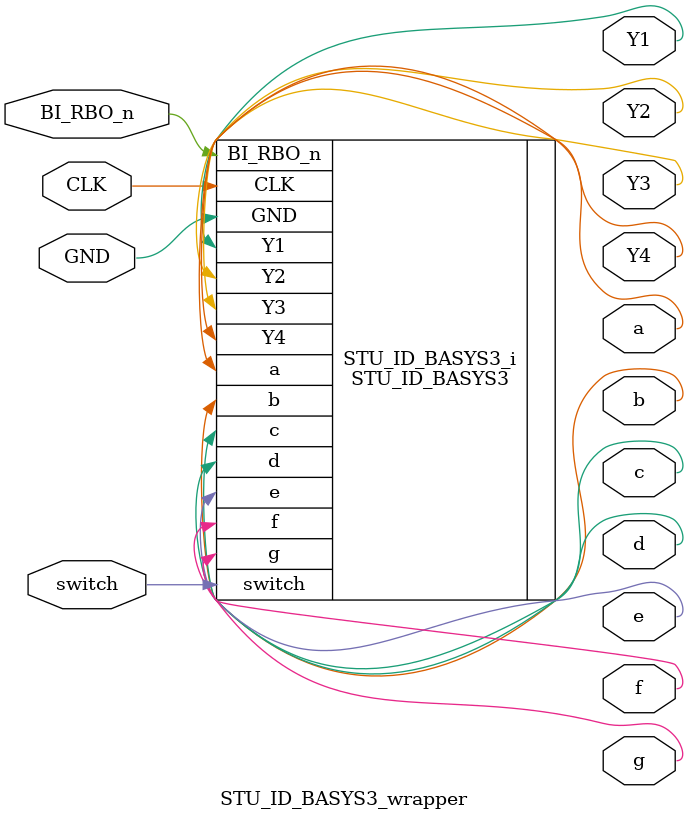
<source format=v>
`timescale 1 ps / 1 ps

module STU_ID_BASYS3_wrapper
   (BI_RBO_n,
    CLK,
    GND,
    Y1,
    Y2,
    Y3,
    Y4,
    a,
    b,
    c,
    d,
    e,
    f,
    g,
    switch);
  inout BI_RBO_n;
  input CLK;
  input GND;
  output Y1;
  output Y2;
  output Y3;
  output Y4;
  output a;
  output b;
  output c;
  output d;
  output e;
  output f;
  output g;
  input switch;

  wire BI_RBO_n;
  wire CLK;
  wire GND;
  wire Y1;
  wire Y2;
  wire Y3;
  wire Y4;
  wire a;
  wire b;
  wire c;
  wire d;
  wire e;
  wire f;
  wire g;
  wire switch;

  STU_ID_BASYS3 STU_ID_BASYS3_i
       (.BI_RBO_n(BI_RBO_n),
        .CLK(CLK),
        .GND(GND),
        .Y1(Y1),
        .Y2(Y2),
        .Y3(Y3),
        .Y4(Y4),
        .a(a),
        .b(b),
        .c(c),
        .d(d),
        .e(e),
        .f(f),
        .g(g),
        .switch(switch));
endmodule

</source>
